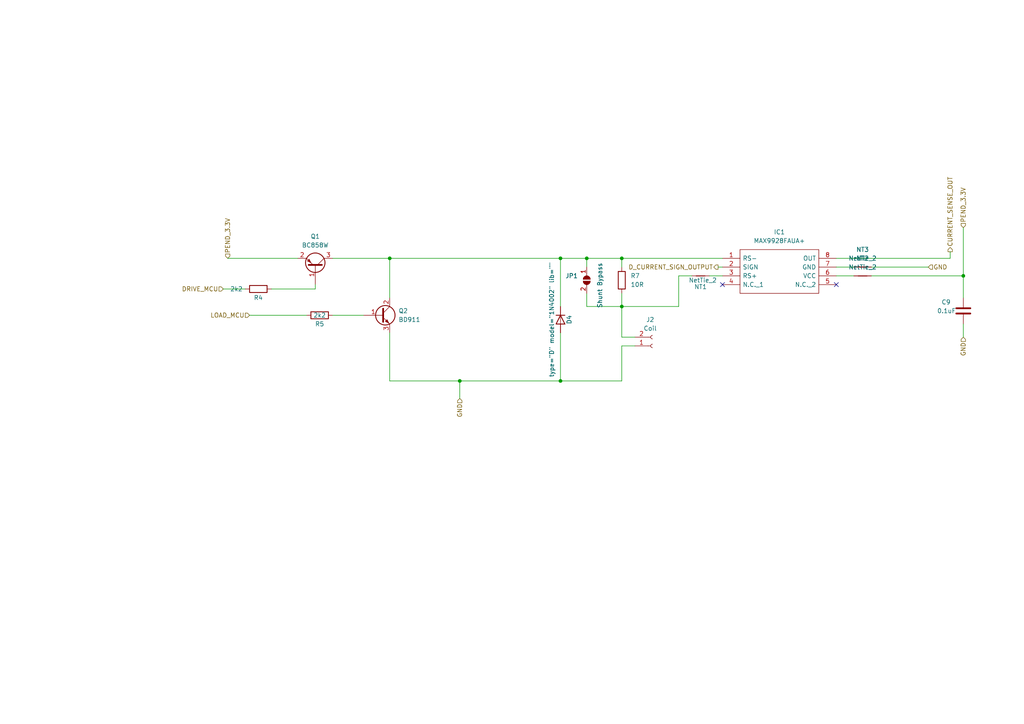
<source format=kicad_sch>
(kicad_sch (version 20211123) (generator eeschema)
  (paper "A4")
  (lib_symbols
    (symbol "Connector:Conn_01x02_Female" (pin_names (offset 1.016) hide)
      (property "Reference" "J" (at 0 2.54 0))
      (property "Value" "Conn_01x02_Female" (at 0 -5.08 0))
      (symbol "Conn_01x02_Female_1_1"
        (arc (start 0 -2.032) (mid -0.508 -2.54) (end 0 -3.048) (stroke (width 0.1524)))
        (polyline (pts (xy -1.27 -2.54) (xy -0.508 -2.54)) (stroke (width 0.1524)))
        (polyline (pts (xy -1.27 0) (xy -0.508 0)) (stroke (width 0.1524)))
        (arc (start 0 0.508) (mid -0.508 0) (end 0 -0.508) (stroke (width 0.1524)))
        (pin passive line (at -5.08 0 0) (length 3.81) (name "Pin_1") (number "1"))
        (pin passive line (at -5.08 -2.54 0) (length 3.81) (name "Pin_2") (number "2"))
      )
    )
    (symbol "Device:C" (pin_numbers hide) (pin_names (offset 0.254))
      (property "Reference" "C" (at 0.635 2.54 0))
      (property "Value" "C" (at 0.635 -2.54 0))
      (symbol "C_0_1"
        (polyline (pts (xy -2.032 -0.762) (xy 2.032 -0.762)) (stroke (width 0.508)))
        (polyline (pts (xy -2.032 0.762) (xy 2.032 0.762)) (stroke (width 0.508)))
      )
      (symbol "C_1_1"
        (pin passive line (at 0 3.81 270) (length 2.794) (name "~") (number "1"))
        (pin passive line (at 0 -3.81 90) (length 2.794) (name "~") (number "2"))
      )
    )
    (symbol "Device:NetTie_2" (pin_numbers hide) (pin_names (offset 0) hide)
      (property "Reference" "NT" (at 0 1.27 0))
      (property "Value" "NetTie_2" (at 0 -1.27 0))
      (symbol "NetTie_2_0_1"
        (polyline (pts (xy -1.27 0) (xy 1.27 0)) (stroke (width 0.254)))
      )
      (symbol "NetTie_2_1_1"
        (pin passive line (at -2.54 0 0) (length 2.54) (name "1") (number "1"))
        (pin passive line (at 2.54 0 180) (length 2.54) (name "2") (number "2"))
      )
    )
    (symbol "Device:R" (pin_numbers hide) (pin_names (offset 0))
      (property "Reference" "R" (at 2.032 0 90))
      (property "Value" "R" (at 0 0 90))
      (symbol "R_0_1"
        (rectangle (start -1.016 -2.54) (end 1.016 2.54) (stroke (width 0.254)))
      )
      (symbol "R_1_1"
        (pin passive line (at 0 3.81 270) (length 1.27) (name "~") (number "1"))
        (pin passive line (at 0 -3.81 90) (length 1.27) (name "~") (number "2"))
      )
    )
    (symbol "Jumper:SolderJumper_2_Open" (pin_names (offset 0) hide)
      (property "Reference" "JP" (at 0 2.032 0))
      (property "Value" "SolderJumper_2_Open" (at 0 -2.54 0))
      (symbol "SolderJumper_2_Open_0_1"
        (arc (start -0.254 1.016) (mid -1.27 0) (end -0.254 -1.016))
        (arc (start -0.254 1.016) (mid -1.27 0) (end -0.254 -1.016) (fill (type outline)))
        (polyline (pts (xy -0.254 1.016) (xy -0.254 -1.016)))
        (polyline (pts (xy 0.254 1.016) (xy 0.254 -1.016)))
        (arc (start 0.254 -1.016) (mid 1.27 0) (end 0.254 1.016))
        (arc (start 0.254 -1.016) (mid 1.27 0) (end 0.254 1.016) (fill (type outline)))
      )
      (symbol "SolderJumper_2_Open_1_1"
        (pin passive line (at -3.81 0 0) (length 2.54) (name "A") (number "1"))
        (pin passive line (at 3.81 0 180) (length 2.54) (name "B") (number "2"))
      )
    )
    (symbol "MAX9928FAUA+:MAX9928FAUA+" (pin_names (offset 0.762))
      (property "Reference" "IC" (at 29.21 7.62 0))
      (property "Value" "MAX9928FAUA+" (at 29.21 5.08 0))
      (symbol "MAX9928FAUA+_0_0"
        (pin passive line (at 0 0 0) (length 5.08) (name "RS-") (number "1"))
        (pin passive line (at 0 -2.54 0) (length 5.08) (name "SIGN") (number "2"))
        (pin passive line (at 0 -5.08 0) (length 5.08) (name "RS+") (number "3"))
        (pin passive line (at 0 -7.62 0) (length 5.08) (name "N.C._1") (number "4"))
        (pin passive line (at 33.02 -7.62 180) (length 5.08) (name "N.C._2") (number "5"))
        (pin passive line (at 33.02 -5.08 180) (length 5.08) (name "VCC") (number "6"))
        (pin passive line (at 33.02 -2.54 180) (length 5.08) (name "GND") (number "7"))
        (pin passive line (at 33.02 0 180) (length 5.08) (name "OUT") (number "8"))
      )
      (symbol "MAX9928FAUA+_0_1"
        (polyline (pts (xy 5.08 2.54) (xy 27.94 2.54) (xy 27.94 -10.16) (xy 5.08 -10.16) (xy 5.08 2.54)) (stroke (width 0.1524)))
      )
    )
    (symbol "Simulation_SPICE:DIODE" (pin_numbers hide) (pin_names (offset 1.016) hide)
      (property "Reference" "D" (at 0 2.54 0))
      (property "Value" "DIODE" (at 0 -2.54 0))
      (symbol "DIODE_0_1"
        (polyline (pts (xy 1.27 0) (xy -1.27 0)))
        (polyline (pts (xy 1.27 1.27) (xy 1.27 -1.27)) (stroke (width 0.254)))
        (polyline (pts (xy -1.27 -1.27) (xy -1.27 1.27) (xy 1.27 0) (xy -1.27 -1.27)) (stroke (width 0.254)))
      )
      (symbol "DIODE_1_1"
        (pin passive line (at -3.81 0 0) (length 2.54) (name "A") (number "1"))
        (pin passive line (at 3.81 0 180) (length 2.54) (name "K") (number "2"))
      )
    )
    (symbol "Transistor_BJT:BC858W" (pin_names (offset 0) hide)
      (property "Reference" "Q" (at 5.08 1.905 0))
      (property "Value" "BC858W" (at 5.08 0 0))
      (symbol "BC858W_0_1"
        (polyline (pts (xy 0.635 0.635) (xy 2.54 2.54)))
        (polyline (pts (xy 0.635 -0.635) (xy 2.54 -2.54) (xy 2.54 -2.54)))
        (polyline (pts (xy 0.635 1.905) (xy 0.635 -1.905) (xy 0.635 -1.905)) (stroke (width 0.508)))
        (polyline (pts (xy 2.286 -1.778) (xy 1.778 -2.286) (xy 1.27 -1.27) (xy 2.286 -1.778) (xy 2.286 -1.778)) (fill (type outline)))
        (circle (center 1.27 0) (radius 2.8194) (stroke (width 0.254)))
      )
      (symbol "BC858W_1_1"
        (pin input line (at -5.08 0 0) (length 5.715) (name "B") (number "1"))
        (pin passive line (at 2.54 -5.08 90) (length 2.54) (name "E") (number "2"))
        (pin passive line (at 2.54 5.08 270) (length 2.54) (name "C") (number "3"))
      )
    )
    (symbol "Transistor_BJT:BD911" (pin_names (offset 0) hide)
      (property "Reference" "Q" (at 6.35 1.905 0))
      (property "Value" "BD911" (at 6.35 0 0))
      (symbol "BD911_0_1"
        (polyline (pts (xy 0.635 0.635) (xy 2.54 2.54)))
        (polyline (pts (xy 0.635 -0.635) (xy 2.54 -2.54) (xy 2.54 -2.54)))
        (polyline (pts (xy 0.635 1.905) (xy 0.635 -1.905) (xy 0.635 -1.905)) (stroke (width 0.508)))
        (polyline (pts (xy 1.27 -1.778) (xy 1.778 -1.27) (xy 2.286 -2.286) (xy 1.27 -1.778) (xy 1.27 -1.778)) (fill (type outline)))
        (circle (center 1.27 0) (radius 2.8194) (stroke (width 0.254)))
      )
      (symbol "BD911_1_1"
        (pin input line (at -5.08 0 0) (length 5.715) (name "B") (number "1"))
        (pin passive line (at 2.54 5.08 270) (length 2.54) (name "C") (number "2"))
        (pin passive line (at 2.54 -5.08 90) (length 2.54) (name "E") (number "3"))
      )
    )
  )
  (junction (at 113.03 74.93))
  (junction (at 162.56 110.49))
  (junction (at 180.34 88.9))
  (junction (at 133.35 110.49))
  (junction (at 162.56 74.93))
  (junction (at 180.34 74.93))
  (junction (at 279.4 80.01))
  (junction (at 170.18 74.93))
  (no_connect (at 242.57 82.55))
  (no_connect (at 209.55 82.55))
  (wire (pts (xy 180.34 88.9) (xy 170.18 88.9)))
  (wire (pts (xy 242.57 77.47) (xy 247.65 77.47)))
  (wire (pts (xy 91.44 83.82) (xy 91.44 82.55)))
  (wire (pts (xy 113.03 96.52) (xy 113.03 110.49)))
  (wire (pts (xy 242.57 80.01) (xy 247.65 80.01)))
  (wire (pts (xy 279.4 66.04) (xy 279.4 80.01)))
  (wire (pts (xy 162.56 110.49) (xy 180.34 110.49)))
  (wire (pts (xy 180.34 85.09) (xy 180.34 88.9)))
  (wire (pts (xy 170.18 74.93) (xy 180.34 74.93)))
  (wire (pts (xy 162.56 110.49) (xy 133.35 110.49)))
  (wire (pts (xy 180.34 100.33) (xy 180.34 110.49)))
  (wire (pts (xy 279.4 80.01) (xy 279.4 86.36)))
  (wire (pts (xy 170.18 74.93) (xy 170.18 77.47)))
  (wire (pts (xy 78.74 83.82) (xy 91.44 83.82)))
  (wire (pts (xy 180.34 100.33) (xy 184.15 100.33)))
  (wire (pts (xy 180.34 97.79) (xy 184.15 97.79)))
  (wire (pts (xy 64.77 83.82) (xy 71.12 83.82)))
  (wire (pts (xy 242.57 74.93) (xy 275.59 74.93)))
  (wire (pts (xy 66.04 74.93) (xy 86.36 74.93)))
  (wire (pts (xy 275.59 73.025) (xy 275.59 74.93)))
  (wire (pts (xy 162.56 96.52) (xy 162.56 110.49)))
  (wire (pts (xy 72.39 91.44) (xy 88.9 91.44)))
  (wire (pts (xy 113.03 74.93) (xy 113.03 86.36)))
  (wire (pts (xy 252.73 77.47) (xy 269.24 77.47)))
  (wire (pts (xy 180.34 74.93) (xy 209.55 74.93)))
  (wire (pts (xy 180.34 74.93) (xy 180.34 77.47)))
  (wire (pts (xy 279.4 97.79) (xy 279.4 93.98)))
  (wire (pts (xy 113.03 110.49) (xy 133.35 110.49)))
  (wire (pts (xy 196.85 80.01) (xy 196.85 88.9)))
  (wire (pts (xy 162.56 74.93) (xy 162.56 88.9)))
  (wire (pts (xy 180.34 88.9) (xy 196.85 88.9)))
  (wire (pts (xy 133.35 110.49) (xy 133.35 115.57)))
  (wire (pts (xy 196.85 80.01) (xy 200.66 80.01)))
  (wire (pts (xy 96.52 74.93) (xy 113.03 74.93)))
  (wire (pts (xy 113.03 74.93) (xy 162.56 74.93)))
  (wire (pts (xy 170.18 85.09) (xy 170.18 88.9)))
  (wire (pts (xy 180.34 97.79) (xy 180.34 88.9)))
  (wire (pts (xy 162.56 74.93) (xy 170.18 74.93)))
  (wire (pts (xy 96.52 91.44) (xy 105.41 91.44)))
  (wire (pts (xy 252.73 80.01) (xy 279.4 80.01)))
  (wire (pts (xy 205.74 80.01) (xy 209.55 80.01)))
  (wire (pts (xy 208.28 77.47) (xy 209.55 77.47)))
  (hierarchical_label "GND" (shape input) (at 269.24 77.47 0))
  (hierarchical_label "CURRENT_SENSE_OUT" (shape output) (at 275.59 73.025 90))
  (hierarchical_label "LOAD_MCU" (shape input) (at 72.39 91.44 180))
  (hierarchical_label "PEND_3.3V" (shape input) (at 279.4 66.04 90))
  (hierarchical_label "GND" (shape input) (at 279.4 97.79 270))
  (hierarchical_label "DRIVE_MCU" (shape input) (at 64.77 83.82 180))
  (hierarchical_label "D_CURRENT_SIGN_OUTPUT" (shape output) (at 208.28 77.47 180))
  (hierarchical_label "PEND_3.3V" (shape input) (at 66.04 74.93 90))
  (hierarchical_label "GND" (shape input) (at 133.35 115.57 270))
  (symbol (lib_id "Device:R") (at 92.71 91.44 270) (unit 1)
    (property "Reference" "R5" (at 92.71 93.98 90))
    (property "Value" "2k2" (at 92.71 91.44 90))
    (property "Footprint" "Resistor_SMD:R_0805_2012Metric_Pad1.20x1.40mm_HandSolder" (effects hide))
  )
  (symbol (lib_id "Device:R") (at 180.34 81.28 0) (mirror y) (unit 1)
    (property "Reference" "R7" (at 182.88 80.0099 0) (effects (justify right)))
    (property "Value" "10R" (at 182.88 82.5499 0) (effects (justify right)))
    (property "Footprint" "Resistor_SMD:R_0805_2012Metric_Pad1.20x1.40mm_HandSolder" (effects hide))
  )
  (symbol (lib_id "Jumper:SolderJumper_2_Open") (at 170.18 81.28 90) (mirror x) (unit 1)
    (property "Reference" "JP1" (at 167.64 80.0099 90) (effects (justify left)))
    (property "Value" "Shunt Bypass" (at 173.99 76.2 0) (effects (justify left)))
    (property "Footprint" "Jumper:SolderJumper-2_P1.3mm_Open_Pad1.0x1.5mm" (effects hide))
  )
  (symbol (lib_id "Connector:Conn_01x02_Female") (at 189.23 100.33 0) (mirror x) (unit 1)
    (property "Reference" "J2" (at 188.595 92.71 0))
    (property "Value" "Coil" (at 188.595 95.25 0))
    (property "Footprint" "Connector_Molex:RSPROPenduinoTerminal" (effects hide))
  )
  (symbol (lib_id "Simulation_SPICE:DIODE") (at 162.56 92.71 90) (unit 1)
    (property "Reference" "D4" (at 165.1 92.71 0))
    (property "Value" "1N4002" (at 160.02 92.71 0))
    (property "Footprint" "Diode_THT:D_T-1_P5.08mm_Horizontal" (effects hide))
    (property "Spice_Netlist_Enabled" "Y" (effects hide))
    (property "Spice_Primitive" "D" (effects hide))
  )
  (symbol (lib_id "Device:NetTie_2") (at 250.19 77.47 0) (unit 1)
    (property "Reference" "NT3" (at 250.19 72.39 0))
    (property "Value" "NetTie_2" (at 250.19 74.93 0))
    (property "Footprint" "NetTie:NetTie-2_SMD_Pad0.5mm" (effects hide))
  )
  (symbol (lib_id "Device:NetTie_2") (at 250.19 80.01 0) (unit 1)
    (property "Reference" "NT2" (at 250.19 74.93 0))
    (property "Value" "NetTie_2" (at 250.19 77.47 0))
    (property "Footprint" "NetTie:NetTie-2_SMD_Pad0.5mm" (effects hide))
  )
  (symbol (lib_id "Device:R") (at 74.93 83.82 270) (unit 1)
    (property "Reference" "R4" (at 74.93 86.36 90))
    (property "Value" "2k2" (at 68.58 83.82 90))
    (property "Footprint" "Resistor_SMD:R_0805_2012Metric_Pad1.20x1.40mm_HandSolder" (effects hide))
  )
  (symbol (lib_id "MAX9928FAUA+:MAX9928FAUA+") (at 209.55 74.93 0) (unit 1)
    (property "Reference" "IC1" (at 226.06 67.31 0))
    (property "Value" "MAX9928FAUA+" (at 226.06 69.85 0))
    (property "Footprint" "Sensor_Current:SOP65P490X110-8N" (effects hide))
    (property "Datasheet" "https://datasheet.datasheetarchive.com/originals/dk/DKDS-7/138374.pdf" (effects hide))
    (property "Description" "Maxim MAX9928FAUA+, Current Sensing Amplifier Single Bidirectional, Unidirectional 8-Pin uMAX" (effects hide))
    (property "Height" "1.1" (effects hide))
    (property "Manufacturer_Name" "Maxim Integrated" (effects hide))
    (property "Manufacturer_Part_Number" "MAX9928FAUA+" (effects hide))
    (property "Mouser Part Number" "700-MAX9928FAUA" (effects hide))
    (property "Mouser Price/Stock" "https://www.mouser.co.uk/ProductDetail/Maxim-Integrated/MAX9928FAUA%2b?qs=1eQvB6Dk1vjuLd8AJ8%252BsIw%3D%3D" (effects hide))
  )
  (symbol (lib_id "Device:NetTie_2") (at 203.2 80.01 0) (unit 1)
    (property "Reference" "NT1" (at 203.2 83.185 0))
    (property "Value" "NetTie_2" (at 203.835 81.28 0))
    (property "Footprint" "NetTie:NetTie-2_SMD_Pad0.5mm" (effects hide))
  )
  (symbol (lib_id "Transistor_BJT:BC858W") (at 91.44 77.47 270) (mirror x) (unit 1)
    (property "Reference" "Q1" (at 91.44 68.58 90))
    (property "Value" "BC858W" (at 91.44 71.12 90))
    (property "Footprint" "Package_TO_SOT_SMD:SOT-23" (effects hide))
    (property "Datasheet" "http://www.infineon.com/dgdl/Infineon-BC857SERIES_BC858SERIES_BC859SERIES_BC860SERIES-DS-v01_01-en.pdf?fileId=db3a304314dca389011541da0e3a1661" (effects hide))
  )
  (symbol (lib_id "Device:C") (at 279.4 90.17 0) (unit 1)
    (property "Reference" "C9" (at 273.05 87.63 0) (effects (justify left)))
    (property "Value" "0.1uF" (at 271.78 90.17 0) (effects (justify left)))
    (property "Footprint" "Capacitor_SMD:C_0805_2012Metric_Pad1.18x1.45mm_HandSolder" (effects hide))
  )
  (symbol (lib_id "Transistor_BJT:BD911") (at 110.49 91.44 0) (unit 1)
    (property "Reference" "Q2" (at 115.57 90.1699 0) (effects (justify left)))
    (property "Value" "BD911" (at 115.57 92.7099 0) (effects (justify left)))
    (property "Footprint" "Package_TO_SOT_SMD:SOT-23" (effects hide))
    (property "Datasheet" "http://www.st.com/internet/com/TECHNICAL_RESOURCES/TECHNICAL_LITERATURE/DATASHEET/CD00001277.pdf" (effects hide))
  )
)
</source>
